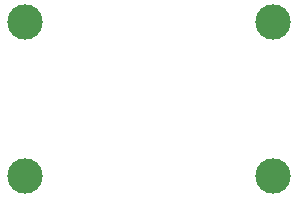
<source format=gbr>
%TF.GenerationSoftware,KiCad,Pcbnew,9.0.4*%
%TF.CreationDate,2025-10-29T17:36:38+05:30*%
%TF.ProjectId,usb_to_3.3v,7573625f-746f-45f3-932e-33762e6b6963,rev?*%
%TF.SameCoordinates,Original*%
%TF.FileFunction,NonPlated,1,2,NPTH,Drill*%
%TF.FilePolarity,Positive*%
%FSLAX46Y46*%
G04 Gerber Fmt 4.6, Leading zero omitted, Abs format (unit mm)*
G04 Created by KiCad (PCBNEW 9.0.4) date 2025-10-29 17:36:38*
%MOMM*%
%LPD*%
G01*
G04 APERTURE LIST*
%TA.AperFunction,ComponentDrill*%
%ADD10C,3.000000*%
%TD*%
G04 APERTURE END LIST*
D10*
%TO.C,REF\u002A\u002A*%
X138500000Y-79000000D03*
X138500000Y-92000000D03*
X159500000Y-79000000D03*
X159500000Y-92000000D03*
M02*

</source>
